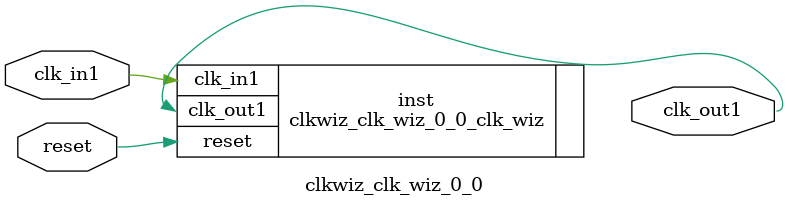
<source format=v>


`timescale 1ps/1ps

(* CORE_GENERATION_INFO = "clkwiz_clk_wiz_0_0,clk_wiz_v6_0_2_0_0,{component_name=clkwiz_clk_wiz_0_0,use_phase_alignment=true,use_min_o_jitter=false,use_max_i_jitter=false,use_dyn_phase_shift=false,use_inclk_switchover=false,use_dyn_reconfig=false,enable_axi=0,feedback_source=FDBK_AUTO,PRIMITIVE=MMCM,num_out_clk=1,clkin1_period=8.000,clkin2_period=10.000,use_power_down=false,use_reset=true,use_locked=false,use_inclk_stopped=false,feedback_type=SINGLE,CLOCK_MGR_TYPE=NA,manual_override=false}" *)

module clkwiz_clk_wiz_0_0 
 (
  // Clock out ports
  output        clk_out1,
  // Status and control signals
  input         reset,
 // Clock in ports
  input         clk_in1
 );

  clkwiz_clk_wiz_0_0_clk_wiz inst
  (
  // Clock out ports  
  .clk_out1(clk_out1),
  // Status and control signals               
  .reset(reset), 
 // Clock in ports
  .clk_in1(clk_in1)
  );

endmodule

</source>
